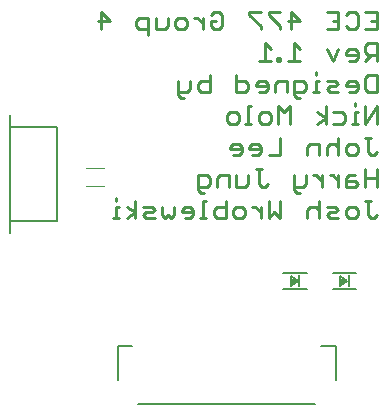
<source format=gbo>
G75*
%MOIN*%
%OFA0B0*%
%FSLAX25Y25*%
%IPPOS*%
%LPD*%
%AMOC8*
5,1,8,0,0,1.08239X$1,22.5*
%
%ADD10C,0.01100*%
%ADD11C,0.00800*%
%ADD12R,0.00787X0.03937*%
%ADD13C,0.00500*%
%ADD14C,0.00400*%
D10*
X0043536Y0074227D02*
X0045505Y0074227D01*
X0044520Y0074227D02*
X0044520Y0078163D01*
X0045505Y0078163D01*
X0044520Y0080132D02*
X0044520Y0081116D01*
X0047923Y0078163D02*
X0050876Y0076195D01*
X0047923Y0074227D01*
X0050876Y0074227D02*
X0050876Y0080132D01*
X0053385Y0078163D02*
X0056337Y0078163D01*
X0057321Y0077179D01*
X0056337Y0076195D01*
X0054369Y0076195D01*
X0053385Y0075211D01*
X0054369Y0074227D01*
X0057321Y0074227D01*
X0059830Y0075211D02*
X0059830Y0078163D01*
X0059830Y0075211D02*
X0060814Y0074227D01*
X0061799Y0075211D01*
X0062783Y0074227D01*
X0063767Y0075211D01*
X0063767Y0078163D01*
X0066276Y0077179D02*
X0066276Y0076195D01*
X0070212Y0076195D01*
X0070212Y0075211D02*
X0070212Y0077179D01*
X0069228Y0078163D01*
X0067260Y0078163D01*
X0066276Y0077179D01*
X0067260Y0074227D02*
X0069228Y0074227D01*
X0070212Y0075211D01*
X0072541Y0074227D02*
X0074509Y0074227D01*
X0073525Y0074227D02*
X0073525Y0080132D01*
X0074509Y0080132D01*
X0077018Y0077179D02*
X0078002Y0078163D01*
X0080955Y0078163D01*
X0080955Y0080132D02*
X0080955Y0074227D01*
X0078002Y0074227D01*
X0077018Y0075211D01*
X0077018Y0077179D01*
X0083464Y0077179D02*
X0083464Y0075211D01*
X0084448Y0074227D01*
X0086416Y0074227D01*
X0087400Y0075211D01*
X0087400Y0077179D01*
X0086416Y0078163D01*
X0084448Y0078163D01*
X0083464Y0077179D01*
X0089819Y0078163D02*
X0090803Y0078163D01*
X0092772Y0076195D01*
X0092772Y0074227D02*
X0092772Y0078163D01*
X0095280Y0080132D02*
X0095280Y0074227D01*
X0097249Y0076195D01*
X0099217Y0074227D01*
X0099217Y0080132D01*
X0103874Y0083743D02*
X0104859Y0082758D01*
X0105843Y0082758D01*
X0106827Y0084727D02*
X0103874Y0084727D01*
X0103874Y0083743D02*
X0103874Y0088663D01*
X0107811Y0088663D02*
X0107811Y0085711D01*
X0106827Y0084727D01*
X0110230Y0088663D02*
X0111214Y0088663D01*
X0113182Y0086695D01*
X0113182Y0084727D02*
X0113182Y0088663D01*
X0115601Y0088663D02*
X0116585Y0088663D01*
X0118554Y0086695D01*
X0118554Y0084727D02*
X0118554Y0088663D01*
X0121062Y0087679D02*
X0121062Y0084727D01*
X0124015Y0084727D01*
X0124999Y0085711D01*
X0124015Y0086695D01*
X0121062Y0086695D01*
X0121062Y0087679D02*
X0122047Y0088663D01*
X0124015Y0088663D01*
X0127508Y0087679D02*
X0131445Y0087679D01*
X0131445Y0084727D02*
X0131445Y0090632D01*
X0127508Y0090632D02*
X0127508Y0084727D01*
X0127508Y0080132D02*
X0129476Y0080132D01*
X0128492Y0080132D02*
X0128492Y0075211D01*
X0129476Y0074227D01*
X0130460Y0074227D01*
X0131445Y0075211D01*
X0124999Y0075211D02*
X0124015Y0074227D01*
X0122047Y0074227D01*
X0121062Y0075211D01*
X0121062Y0077179D01*
X0122047Y0078163D01*
X0124015Y0078163D01*
X0124999Y0077179D01*
X0124999Y0075211D01*
X0118554Y0074227D02*
X0115601Y0074227D01*
X0114617Y0075211D01*
X0115601Y0076195D01*
X0117569Y0076195D01*
X0118554Y0077179D01*
X0117569Y0078163D01*
X0114617Y0078163D01*
X0112108Y0077179D02*
X0111124Y0078163D01*
X0109156Y0078163D01*
X0108171Y0077179D01*
X0108171Y0074227D01*
X0112108Y0074227D02*
X0112108Y0080132D01*
X0094920Y0085711D02*
X0093936Y0084727D01*
X0092952Y0084727D01*
X0091968Y0085711D01*
X0091968Y0090632D01*
X0092952Y0090632D02*
X0090983Y0090632D01*
X0088475Y0088663D02*
X0088475Y0085711D01*
X0087490Y0084727D01*
X0084538Y0084727D01*
X0084538Y0088663D01*
X0082029Y0088663D02*
X0079077Y0088663D01*
X0078092Y0087679D01*
X0078092Y0084727D01*
X0075584Y0085711D02*
X0074599Y0084727D01*
X0071647Y0084727D01*
X0071647Y0083743D02*
X0071647Y0088663D01*
X0074599Y0088663D01*
X0075584Y0087679D01*
X0075584Y0085711D01*
X0073615Y0082758D02*
X0072631Y0082758D01*
X0071647Y0083743D01*
X0082029Y0084727D02*
X0082029Y0088663D01*
X0083374Y0095227D02*
X0085342Y0095227D01*
X0086326Y0096211D01*
X0086326Y0098179D01*
X0085342Y0099163D01*
X0083374Y0099163D01*
X0082389Y0098179D01*
X0082389Y0097195D01*
X0086326Y0097195D01*
X0088835Y0097195D02*
X0088835Y0098179D01*
X0089819Y0099163D01*
X0091787Y0099163D01*
X0092772Y0098179D01*
X0092772Y0096211D01*
X0091787Y0095227D01*
X0089819Y0095227D01*
X0088835Y0097195D02*
X0092772Y0097195D01*
X0095280Y0095227D02*
X0099217Y0095227D01*
X0099217Y0101132D01*
X0098503Y0105727D02*
X0098503Y0111632D01*
X0100472Y0109663D01*
X0102440Y0111632D01*
X0102440Y0105727D01*
X0095994Y0106711D02*
X0095994Y0108679D01*
X0095010Y0109663D01*
X0093042Y0109663D01*
X0092058Y0108679D01*
X0092058Y0106711D01*
X0093042Y0105727D01*
X0095010Y0105727D01*
X0095994Y0106711D01*
X0089549Y0105727D02*
X0087581Y0105727D01*
X0088565Y0105727D02*
X0088565Y0111632D01*
X0089549Y0111632D01*
X0085252Y0108679D02*
X0085252Y0106711D01*
X0084268Y0105727D01*
X0082299Y0105727D01*
X0081315Y0106711D01*
X0081315Y0108679D01*
X0082299Y0109663D01*
X0084268Y0109663D01*
X0085252Y0108679D01*
X0084538Y0116227D02*
X0087490Y0116227D01*
X0088475Y0117211D01*
X0088475Y0119179D01*
X0087490Y0120163D01*
X0084538Y0120163D01*
X0084538Y0122132D02*
X0084538Y0116227D01*
X0090983Y0118195D02*
X0094920Y0118195D01*
X0094920Y0117211D02*
X0094920Y0119179D01*
X0093936Y0120163D01*
X0091968Y0120163D01*
X0090983Y0119179D01*
X0090983Y0118195D01*
X0091968Y0116227D02*
X0093936Y0116227D01*
X0094920Y0117211D01*
X0097429Y0116227D02*
X0097429Y0119179D01*
X0098413Y0120163D01*
X0101366Y0120163D01*
X0101366Y0116227D01*
X0103874Y0116227D02*
X0106827Y0116227D01*
X0107811Y0117211D01*
X0107811Y0119179D01*
X0106827Y0120163D01*
X0103874Y0120163D01*
X0103874Y0115243D01*
X0104859Y0114258D01*
X0105843Y0114258D01*
X0110140Y0116227D02*
X0112108Y0116227D01*
X0111124Y0116227D02*
X0111124Y0120163D01*
X0112108Y0120163D01*
X0111124Y0122132D02*
X0111124Y0123116D01*
X0114617Y0120163D02*
X0117569Y0120163D01*
X0118554Y0119179D01*
X0117569Y0118195D01*
X0115601Y0118195D01*
X0114617Y0117211D01*
X0115601Y0116227D01*
X0118554Y0116227D01*
X0121062Y0118195D02*
X0124999Y0118195D01*
X0124999Y0117211D02*
X0124999Y0119179D01*
X0124015Y0120163D01*
X0122047Y0120163D01*
X0121062Y0119179D01*
X0121062Y0118195D01*
X0122047Y0116227D02*
X0124015Y0116227D01*
X0124999Y0117211D01*
X0127508Y0117211D02*
X0127508Y0121148D01*
X0128492Y0122132D01*
X0131445Y0122132D01*
X0131445Y0116227D01*
X0128492Y0116227D01*
X0127508Y0117211D01*
X0124015Y0112616D02*
X0124015Y0111632D01*
X0124015Y0109663D02*
X0124015Y0105727D01*
X0124999Y0105727D02*
X0123031Y0105727D01*
X0120702Y0106711D02*
X0119718Y0105727D01*
X0116765Y0105727D01*
X0114257Y0105727D02*
X0114257Y0111632D01*
X0116765Y0109663D02*
X0119718Y0109663D01*
X0120702Y0108679D01*
X0120702Y0106711D01*
X0124015Y0109663D02*
X0124999Y0109663D01*
X0127508Y0111632D02*
X0127508Y0105727D01*
X0131445Y0111632D01*
X0131445Y0105727D01*
X0129476Y0101132D02*
X0127508Y0101132D01*
X0128492Y0101132D02*
X0128492Y0096211D01*
X0129476Y0095227D01*
X0130460Y0095227D01*
X0131445Y0096211D01*
X0124999Y0096211D02*
X0124015Y0095227D01*
X0122047Y0095227D01*
X0121062Y0096211D01*
X0121062Y0098179D01*
X0122047Y0099163D01*
X0124015Y0099163D01*
X0124999Y0098179D01*
X0124999Y0096211D01*
X0118554Y0095227D02*
X0118554Y0101132D01*
X0117569Y0099163D02*
X0115601Y0099163D01*
X0114617Y0098179D01*
X0114617Y0095227D01*
X0112108Y0095227D02*
X0112108Y0099163D01*
X0109156Y0099163D01*
X0108171Y0098179D01*
X0108171Y0095227D01*
X0117569Y0099163D02*
X0118554Y0098179D01*
X0114257Y0107695D02*
X0111304Y0105727D01*
X0114257Y0107695D02*
X0111304Y0109663D01*
X0116585Y0126727D02*
X0114617Y0130663D01*
X0118554Y0130663D02*
X0116585Y0126727D01*
X0121062Y0128695D02*
X0121062Y0129679D01*
X0122047Y0130663D01*
X0124015Y0130663D01*
X0124999Y0129679D01*
X0124999Y0127711D01*
X0124015Y0126727D01*
X0122047Y0126727D01*
X0121062Y0128695D02*
X0124999Y0128695D01*
X0127508Y0129679D02*
X0128492Y0128695D01*
X0131445Y0128695D01*
X0131445Y0126727D02*
X0131445Y0132632D01*
X0128492Y0132632D01*
X0127508Y0131648D01*
X0127508Y0129679D01*
X0129476Y0128695D02*
X0127508Y0126727D01*
X0127508Y0137227D02*
X0131445Y0137227D01*
X0131445Y0143132D01*
X0127508Y0143132D01*
X0124999Y0142148D02*
X0124999Y0138211D01*
X0124015Y0137227D01*
X0122047Y0137227D01*
X0121062Y0138211D01*
X0118554Y0137227D02*
X0114617Y0137227D01*
X0116585Y0140179D02*
X0118554Y0140179D01*
X0118554Y0137227D02*
X0118554Y0143132D01*
X0114617Y0143132D01*
X0121062Y0142148D02*
X0122047Y0143132D01*
X0124015Y0143132D01*
X0124999Y0142148D01*
X0129476Y0140179D02*
X0131445Y0140179D01*
X0105663Y0140179D02*
X0101726Y0140179D01*
X0102710Y0137227D02*
X0102710Y0143132D01*
X0105663Y0140179D01*
X0099217Y0138211D02*
X0099217Y0137227D01*
X0099217Y0138211D02*
X0095280Y0142148D01*
X0095280Y0143132D01*
X0099217Y0143132D01*
X0092772Y0143132D02*
X0088835Y0143132D01*
X0088835Y0142148D01*
X0092772Y0138211D01*
X0092772Y0137227D01*
X0094026Y0132632D02*
X0094026Y0126727D01*
X0095994Y0126727D02*
X0092058Y0126727D01*
X0095994Y0130663D02*
X0094026Y0132632D01*
X0098233Y0127711D02*
X0098233Y0126727D01*
X0099217Y0126727D01*
X0099217Y0127711D01*
X0098233Y0127711D01*
X0101726Y0126727D02*
X0105663Y0126727D01*
X0103694Y0126727D02*
X0103694Y0132632D01*
X0105663Y0130663D01*
X0079881Y0138211D02*
X0078896Y0137227D01*
X0076928Y0137227D01*
X0075944Y0138211D01*
X0075944Y0140179D01*
X0077912Y0140179D01*
X0079881Y0138211D02*
X0079881Y0142148D01*
X0078896Y0143132D01*
X0076928Y0143132D01*
X0075944Y0142148D01*
X0073435Y0141163D02*
X0073435Y0137227D01*
X0073435Y0139195D02*
X0071467Y0141163D01*
X0070483Y0141163D01*
X0068064Y0140179D02*
X0068064Y0138211D01*
X0067080Y0137227D01*
X0065111Y0137227D01*
X0064127Y0138211D01*
X0064127Y0140179D01*
X0065111Y0141163D01*
X0067080Y0141163D01*
X0068064Y0140179D01*
X0061618Y0141163D02*
X0061618Y0138211D01*
X0060634Y0137227D01*
X0057682Y0137227D01*
X0057682Y0141163D01*
X0055173Y0141163D02*
X0052220Y0141163D01*
X0051236Y0140179D01*
X0051236Y0138211D01*
X0052220Y0137227D01*
X0055173Y0137227D01*
X0055173Y0135258D02*
X0055173Y0141163D01*
X0042282Y0140179D02*
X0038345Y0140179D01*
X0039329Y0137227D02*
X0039329Y0143132D01*
X0042282Y0140179D01*
X0065201Y0120163D02*
X0065201Y0115243D01*
X0066186Y0114258D01*
X0067170Y0114258D01*
X0068154Y0116227D02*
X0065201Y0116227D01*
X0068154Y0116227D02*
X0069138Y0117211D01*
X0069138Y0120163D01*
X0071647Y0119179D02*
X0072631Y0120163D01*
X0075584Y0120163D01*
X0075584Y0122132D02*
X0075584Y0116227D01*
X0072631Y0116227D01*
X0071647Y0117211D01*
X0071647Y0119179D01*
D11*
X0044967Y0031669D02*
X0044967Y0020252D01*
X0051857Y0012378D02*
X0110912Y0012378D01*
X0117802Y0020252D02*
X0117802Y0031669D01*
X0112880Y0031669D01*
X0116613Y0050603D02*
X0124487Y0050603D01*
X0121534Y0053359D02*
X0119172Y0051784D01*
X0119172Y0054933D01*
X0121534Y0053359D01*
X0120943Y0053359D02*
X0119762Y0052571D01*
X0119762Y0054146D01*
X0120943Y0053359D01*
X0120841Y0053427D02*
X0119762Y0053427D01*
X0119762Y0052628D02*
X0119848Y0052628D01*
X0116613Y0056115D02*
X0124487Y0056115D01*
X0107987Y0056126D02*
X0100113Y0056126D01*
X0102672Y0054945D02*
X0102672Y0051795D01*
X0105034Y0053370D01*
X0102672Y0054945D01*
X0103262Y0054157D02*
X0103262Y0052582D01*
X0104443Y0053370D01*
X0103262Y0054157D01*
X0103262Y0053427D02*
X0104358Y0053427D01*
X0103331Y0052628D02*
X0103262Y0052628D01*
X0100113Y0050614D02*
X0107987Y0050614D01*
X0049888Y0031669D02*
X0044967Y0031669D01*
D12*
X0105428Y0053370D03*
X0121928Y0053359D03*
D13*
X0024632Y0073244D02*
X0024632Y0104740D01*
X0009081Y0104740D01*
X0009081Y0108677D01*
X0009081Y0104740D02*
X0009081Y0073244D01*
X0024632Y0073244D01*
X0009081Y0073244D02*
X0009081Y0069307D01*
D14*
X0034491Y0085070D02*
X0040396Y0085070D01*
X0040396Y0090976D02*
X0034491Y0090976D01*
M02*

</source>
